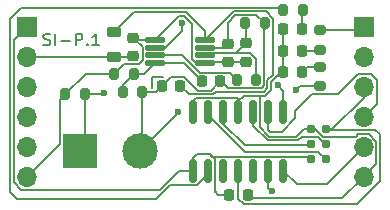
<source format=gbr>
%TF.GenerationSoftware,KiCad,Pcbnew,8.0.8*%
%TF.CreationDate,2025-02-03T13:01:36-05:00*%
%TF.ProjectId,SI-P Pressure Transducer,53492d50-2050-4726-9573-737572652054,rev?*%
%TF.SameCoordinates,Original*%
%TF.FileFunction,Copper,L1,Top*%
%TF.FilePolarity,Positive*%
%FSLAX46Y46*%
G04 Gerber Fmt 4.6, Leading zero omitted, Abs format (unit mm)*
G04 Created by KiCad (PCBNEW 8.0.8) date 2025-02-03 13:01:36*
%MOMM*%
%LPD*%
G01*
G04 APERTURE LIST*
G04 Aperture macros list*
%AMRoundRect*
0 Rectangle with rounded corners*
0 $1 Rounding radius*
0 $2 $3 $4 $5 $6 $7 $8 $9 X,Y pos of 4 corners*
0 Add a 4 corners polygon primitive as box body*
4,1,4,$2,$3,$4,$5,$6,$7,$8,$9,$2,$3,0*
0 Add four circle primitives for the rounded corners*
1,1,$1+$1,$2,$3*
1,1,$1+$1,$4,$5*
1,1,$1+$1,$6,$7*
1,1,$1+$1,$8,$9*
0 Add four rect primitives between the rounded corners*
20,1,$1+$1,$2,$3,$4,$5,0*
20,1,$1+$1,$4,$5,$6,$7,0*
20,1,$1+$1,$6,$7,$8,$9,0*
20,1,$1+$1,$8,$9,$2,$3,0*%
G04 Aperture macros list end*
%TA.AperFunction,NonConductor*%
%ADD10C,0.200000*%
%TD*%
%ADD11C,0.150000*%
%TA.AperFunction,NonConductor*%
%ADD12C,0.150000*%
%TD*%
%TA.AperFunction,ComponentPad*%
%ADD13O,1.700000X1.700000*%
%TD*%
%TA.AperFunction,ComponentPad*%
%ADD14R,1.700000X1.700000*%
%TD*%
%TA.AperFunction,SMDPad,CuDef*%
%ADD15RoundRect,0.225000X-0.250000X0.225000X-0.250000X-0.225000X0.250000X-0.225000X0.250000X0.225000X0*%
%TD*%
%TA.AperFunction,SMDPad,CuDef*%
%ADD16RoundRect,0.200000X0.200000X0.275000X-0.200000X0.275000X-0.200000X-0.275000X0.200000X-0.275000X0*%
%TD*%
%TA.AperFunction,SMDPad,CuDef*%
%ADD17RoundRect,0.218750X-0.218750X-0.256250X0.218750X-0.256250X0.218750X0.256250X-0.218750X0.256250X0*%
%TD*%
%TA.AperFunction,SMDPad,CuDef*%
%ADD18RoundRect,0.125000X-0.687500X-0.125000X0.687500X-0.125000X0.687500X0.125000X-0.687500X0.125000X0*%
%TD*%
%TA.AperFunction,SMDPad,CuDef*%
%ADD19RoundRect,0.225000X0.225000X0.250000X-0.225000X0.250000X-0.225000X-0.250000X0.225000X-0.250000X0*%
%TD*%
%TA.AperFunction,SMDPad,CuDef*%
%ADD20RoundRect,0.225000X-0.225000X-0.250000X0.225000X-0.250000X0.225000X0.250000X-0.225000X0.250000X0*%
%TD*%
%TA.AperFunction,ComponentPad*%
%ADD21R,3.000000X3.000000*%
%TD*%
%TA.AperFunction,ComponentPad*%
%ADD22C,3.000000*%
%TD*%
%TA.AperFunction,SMDPad,CuDef*%
%ADD23RoundRect,0.200000X0.275000X-0.200000X0.275000X0.200000X-0.275000X0.200000X-0.275000X-0.200000X0*%
%TD*%
%TA.AperFunction,ConnectorPad*%
%ADD24C,0.787400*%
%TD*%
%TA.AperFunction,SMDPad,CuDef*%
%ADD25RoundRect,0.200000X-0.200000X-0.275000X0.200000X-0.275000X0.200000X0.275000X-0.200000X0.275000X0*%
%TD*%
%TA.AperFunction,SMDPad,CuDef*%
%ADD26RoundRect,0.218750X0.381250X-0.218750X0.381250X0.218750X-0.381250X0.218750X-0.381250X-0.218750X0*%
%TD*%
%TA.AperFunction,SMDPad,CuDef*%
%ADD27RoundRect,0.225000X0.250000X-0.225000X0.250000X0.225000X-0.250000X0.225000X-0.250000X-0.225000X0*%
%TD*%
%TA.AperFunction,SMDPad,CuDef*%
%ADD28RoundRect,0.200000X-0.275000X0.200000X-0.275000X-0.200000X0.275000X-0.200000X0.275000X0.200000X0*%
%TD*%
%TA.AperFunction,SMDPad,CuDef*%
%ADD29RoundRect,0.150000X0.150000X-0.825000X0.150000X0.825000X-0.150000X0.825000X-0.150000X-0.825000X0*%
%TD*%
%TA.AperFunction,ViaPad*%
%ADD30C,0.600000*%
%TD*%
%TA.AperFunction,Conductor*%
%ADD31C,0.152400*%
%TD*%
G04 APERTURE END LIST*
D10*
X191900000Y-66000000D02*
X191900000Y-67000000D01*
X192800000Y-66000000D02*
X191900000Y-66000000D01*
D11*
D12*
X182689160Y-63322200D02*
X182832017Y-63369819D01*
X182832017Y-63369819D02*
X183070112Y-63369819D01*
X183070112Y-63369819D02*
X183165350Y-63322200D01*
X183165350Y-63322200D02*
X183212969Y-63274580D01*
X183212969Y-63274580D02*
X183260588Y-63179342D01*
X183260588Y-63179342D02*
X183260588Y-63084104D01*
X183260588Y-63084104D02*
X183212969Y-62988866D01*
X183212969Y-62988866D02*
X183165350Y-62941247D01*
X183165350Y-62941247D02*
X183070112Y-62893628D01*
X183070112Y-62893628D02*
X182879636Y-62846009D01*
X182879636Y-62846009D02*
X182784398Y-62798390D01*
X182784398Y-62798390D02*
X182736779Y-62750771D01*
X182736779Y-62750771D02*
X182689160Y-62655533D01*
X182689160Y-62655533D02*
X182689160Y-62560295D01*
X182689160Y-62560295D02*
X182736779Y-62465057D01*
X182736779Y-62465057D02*
X182784398Y-62417438D01*
X182784398Y-62417438D02*
X182879636Y-62369819D01*
X182879636Y-62369819D02*
X183117731Y-62369819D01*
X183117731Y-62369819D02*
X183260588Y-62417438D01*
X183689160Y-63369819D02*
X183689160Y-62369819D01*
X184165350Y-62988866D02*
X184927255Y-62988866D01*
X185403445Y-63369819D02*
X185403445Y-62369819D01*
X185403445Y-62369819D02*
X185784397Y-62369819D01*
X185784397Y-62369819D02*
X185879635Y-62417438D01*
X185879635Y-62417438D02*
X185927254Y-62465057D01*
X185927254Y-62465057D02*
X185974873Y-62560295D01*
X185974873Y-62560295D02*
X185974873Y-62703152D01*
X185974873Y-62703152D02*
X185927254Y-62798390D01*
X185927254Y-62798390D02*
X185879635Y-62846009D01*
X185879635Y-62846009D02*
X185784397Y-62893628D01*
X185784397Y-62893628D02*
X185403445Y-62893628D01*
X186403445Y-63274580D02*
X186451064Y-63322200D01*
X186451064Y-63322200D02*
X186403445Y-63369819D01*
X186403445Y-63369819D02*
X186355826Y-63322200D01*
X186355826Y-63322200D02*
X186403445Y-63274580D01*
X186403445Y-63274580D02*
X186403445Y-63369819D01*
X187403444Y-63369819D02*
X186832016Y-63369819D01*
X187117730Y-63369819D02*
X187117730Y-62369819D01*
X187117730Y-62369819D02*
X187022492Y-62512676D01*
X187022492Y-62512676D02*
X186927254Y-62607914D01*
X186927254Y-62607914D02*
X186832016Y-62655533D01*
D13*
%TO.P,J2,6,Pin_6*%
%TO.N,GND*%
X181257480Y-74500000D03*
%TO.P,J2,5,Pin_5*%
%TO.N,/I2C_SDA*%
X181257480Y-71960000D03*
%TO.P,J2,4,Pin_4*%
%TO.N,/I2C_SCL*%
X181257480Y-69420000D03*
%TO.P,J2,3,Pin_3*%
%TO.N,/RESET*%
X181257480Y-66880000D03*
%TO.P,J2,2,Pin_2*%
%TO.N,+5V*%
X181257480Y-64340000D03*
D14*
%TO.P,J2,1,Pin_1*%
%TO.N,+3V3*%
X181257480Y-61800000D03*
%TD*%
D15*
%TO.P,C3,1*%
%TO.N,+12V*%
X198300000Y-63225000D03*
%TO.P,C3,2*%
%TO.N,GND*%
X198300000Y-64775000D03*
%TD*%
D16*
%TO.P,R2,1*%
%TO.N,+12V*%
X191050000Y-67293112D03*
%TO.P,R2,2*%
%TO.N,Net-(U2-FB)*%
X189400000Y-67293112D03*
%TD*%
D17*
%TO.P,D4,1,K*%
%TO.N,GND*%
X203012500Y-62000000D03*
%TO.P,D4,2,A*%
%TO.N,Net-(D4-A)*%
X204587500Y-62000000D03*
%TD*%
D16*
%TO.P,R3,1*%
%TO.N,Net-(U2-VDD)*%
X200725000Y-66300000D03*
%TO.P,R3,2*%
%TO.N,Net-(U2-FREQ)*%
X199075000Y-66300000D03*
%TD*%
D18*
%TO.P,U2,8,SW*%
%TO.N,Net-(D1-A)*%
X196400000Y-62900000D03*
%TO.P,U2,7,BOOT*%
%TO.N,+12V*%
X196400000Y-63550000D03*
%TO.P,U2,6,VDD*%
%TO.N,Net-(U2-VDD)*%
X196400000Y-64200000D03*
%TO.P,U2,5,SGND*%
%TO.N,GND*%
X196400000Y-64850000D03*
%TO.P,U2,4,FB*%
%TO.N,Net-(U2-FB)*%
X192175000Y-64850000D03*
%TO.P,U2,3,FREQ*%
%TO.N,Net-(U2-FREQ)*%
X192175000Y-64200000D03*
%TO.P,U2,2,EN*%
%TO.N,/BOOST_SHDN*%
X192175000Y-63550000D03*
%TO.P,U2,1,PGND*%
%TO.N,GND*%
X192175000Y-62900000D03*
%TD*%
D19*
%TO.P,C4,1*%
%TO.N,+12V*%
X197675000Y-66400000D03*
%TO.P,C4,2*%
%TO.N,Net-(U2-FB)*%
X196125000Y-66400000D03*
%TD*%
D15*
%TO.P,C5,1*%
%TO.N,Net-(U2-VDD)*%
X199800000Y-63200000D03*
%TO.P,C5,2*%
%TO.N,GND*%
X199800000Y-64750000D03*
%TD*%
D17*
%TO.P,D1,1,K*%
%TO.N,+12V*%
X192712500Y-66800000D03*
%TO.P,D1,2,A*%
%TO.N,Net-(D1-A)*%
X194287500Y-66800000D03*
%TD*%
D20*
%TO.P,C1,1*%
%TO.N,+3V3*%
X198425000Y-76000000D03*
%TO.P,C1,2*%
%TO.N,GND*%
X199975000Y-76000000D03*
%TD*%
D21*
%TO.P,J3,1,Pin_1*%
%TO.N,/PT_OUT*%
X185784406Y-72321293D03*
D22*
%TO.P,J3,2,Pin_2*%
%TO.N,+12V*%
X190864406Y-72321293D03*
%TD*%
D13*
%TO.P,J1,6,Pin_6*%
%TO.N,GND*%
X209800000Y-74500000D03*
%TO.P,J1,5,Pin_5*%
%TO.N,/I2C_SDA*%
X209800000Y-71960000D03*
%TO.P,J1,4,Pin_4*%
%TO.N,/I2C_SCL*%
X209800000Y-69420000D03*
%TO.P,J1,3,Pin_3*%
%TO.N,/RESET*%
X209800000Y-66880000D03*
%TO.P,J1,2,Pin_2*%
%TO.N,+5V*%
X209800000Y-64340000D03*
D14*
%TO.P,J1,1,Pin_1*%
%TO.N,+3V3*%
X209800000Y-61800000D03*
%TD*%
D23*
%TO.P,R6,1*%
%TO.N,+12V*%
X206100000Y-66825000D03*
%TO.P,R6,2*%
%TO.N,Net-(D2-A)*%
X206100000Y-65175000D03*
%TD*%
D24*
%TO.P,J4,1,MISO*%
%TO.N,/SPI_MISO*%
X206570000Y-73010000D03*
%TO.P,J4,2,VCC*%
%TO.N,+3V3*%
X205300000Y-73010000D03*
%TO.P,J4,3,SCK*%
%TO.N,/SPI_SCK*%
X206570000Y-71740000D03*
%TO.P,J4,4,MOSI*%
%TO.N,/SPI_MOSI*%
X205300000Y-71740000D03*
%TO.P,J4,5,~{RST}*%
%TO.N,/RESET*%
X206570000Y-70470000D03*
%TO.P,J4,6,GND*%
%TO.N,GND*%
X205300000Y-70470000D03*
%TD*%
D25*
%TO.P,R8,1*%
%TO.N,/STATUS*%
X202975000Y-60400000D03*
%TO.P,R8,2*%
%TO.N,Net-(D4-A)*%
X204625000Y-60400000D03*
%TD*%
D16*
%TO.P,R1,1*%
%TO.N,Net-(U2-FB)*%
X190325000Y-65800000D03*
%TO.P,R1,2*%
%TO.N,GND*%
X188675000Y-65800000D03*
%TD*%
D26*
%TO.P,L1,1,1*%
%TO.N,+5V*%
X188700000Y-64362500D03*
%TO.P,L1,2,2*%
%TO.N,Net-(D1-A)*%
X188700000Y-62237500D03*
%TD*%
D27*
%TO.P,C2,1*%
%TO.N,+5V*%
X190300000Y-64275000D03*
%TO.P,C2,2*%
%TO.N,GND*%
X190300000Y-62725000D03*
%TD*%
D28*
%TO.P,R7,1*%
%TO.N,+3V3*%
X206100000Y-62075000D03*
%TO.P,R7,2*%
%TO.N,Net-(D3-A)*%
X206100000Y-63725000D03*
%TD*%
D25*
%TO.P,R4,1*%
%TO.N,Net-(U2-VDD)*%
X199775000Y-61500000D03*
%TO.P,R4,2*%
%TO.N,+12V*%
X201425000Y-61500000D03*
%TD*%
D16*
%TO.P,R5,1*%
%TO.N,/PT_OUT*%
X186200000Y-67500000D03*
%TO.P,R5,2*%
%TO.N,GND*%
X184550000Y-67500000D03*
%TD*%
D17*
%TO.P,D3,1,K*%
%TO.N,GND*%
X203000000Y-63800000D03*
%TO.P,D3,2,A*%
%TO.N,Net-(D3-A)*%
X204575000Y-63800000D03*
%TD*%
%TO.P,D2,1,K*%
%TO.N,GND*%
X203012500Y-65600000D03*
%TO.P,D2,2,A*%
%TO.N,Net-(D2-A)*%
X204587500Y-65600000D03*
%TD*%
D29*
%TO.P,U1,1,VCC*%
%TO.N,+3V3*%
X195390000Y-73975000D03*
%TO.P,U1,2,XTAL1/PB0*%
%TO.N,/STATUS*%
X196660000Y-73975000D03*
%TO.P,U1,3,XTAL2/PB1*%
%TO.N,unconnected-(U1-XTAL2{slash}PB1-Pad3)*%
X197930000Y-73975000D03*
%TO.P,U1,4,~{RESET}/PB3*%
%TO.N,/RESET*%
X199200000Y-73975000D03*
%TO.P,U1,5,PB2*%
%TO.N,unconnected-(U1-PB2-Pad5)*%
X200470000Y-73975000D03*
%TO.P,U1,6,PA7*%
%TO.N,/BOOST_SHDN*%
X201740000Y-73975000D03*
%TO.P,U1,7,PA6*%
%TO.N,/I2C_SDA*%
X203010000Y-73975000D03*
%TO.P,U1,8,PA5*%
%TO.N,/PT_OUT*%
X203010000Y-69025000D03*
%TO.P,U1,9,PA4*%
%TO.N,/I2C_SCL*%
X201740000Y-69025000D03*
%TO.P,U1,10,PA3*%
%TO.N,/SPI_SCK*%
X200470000Y-69025000D03*
%TO.P,U1,11,PA2*%
%TO.N,GND*%
X199200000Y-69025000D03*
%TO.P,U1,12,PA1*%
%TO.N,/SPI_MOSI*%
X197930000Y-69025000D03*
%TO.P,U1,13,AREF/PA0*%
%TO.N,/SPI_MISO*%
X196660000Y-69025000D03*
%TO.P,U1,14,GND*%
%TO.N,GND*%
X195390000Y-69025000D03*
%TD*%
D30*
%TO.N,/PT_OUT*%
X187800000Y-67400000D03*
%TO.N,+12V*%
X194100000Y-69000000D03*
X204100000Y-67100000D03*
%TO.N,/BOOST_SHDN*%
X194400000Y-61500000D03*
X202000000Y-75700000D03*
%TO.N,/PT_OUT*%
X202544109Y-66734906D03*
%TD*%
D31*
%TO.N,/PT_OUT*%
X187800000Y-67400000D02*
X187700000Y-67500000D01*
X187700000Y-67500000D02*
X186200000Y-67500000D01*
%TO.N,+12V*%
X190864406Y-72321293D02*
X194100000Y-69085699D01*
X194100000Y-69085699D02*
X194100000Y-69000000D01*
X201308309Y-66860639D02*
X201308309Y-66803365D01*
%TO.N,/PT_OUT*%
X203010000Y-69025000D02*
X203010000Y-67200797D01*
X203010000Y-67200797D02*
X202544109Y-66734906D01*
%TO.N,+12V*%
X201353600Y-62046400D02*
X201425000Y-61975000D01*
X201165348Y-67003600D02*
X201308309Y-66860639D01*
X201308309Y-66803365D02*
X201353600Y-66758074D01*
X201353600Y-66758074D02*
X201353600Y-62046400D01*
X198278600Y-67003600D02*
X201165348Y-67003600D01*
%TO.N,Net-(D1-A)*%
X197291600Y-67308400D02*
X197083400Y-67516600D01*
X196400000Y-62900000D02*
X198808400Y-60491600D01*
X198808400Y-60491600D02*
X201503274Y-60491600D01*
%TO.N,+12V*%
X201425000Y-61975000D02*
X201425000Y-61500000D01*
%TO.N,GND*%
X200900000Y-67613200D02*
X201474299Y-67613200D01*
X201963200Y-66430234D02*
X202793434Y-65600000D01*
%TO.N,Net-(D1-A)*%
X195004100Y-67516600D02*
X194287500Y-66800000D01*
X197083400Y-67516600D02*
X195004100Y-67516600D01*
X201658400Y-66998047D02*
X201348047Y-67308400D01*
%TO.N,GND*%
X201474299Y-67613200D02*
X201963200Y-67124299D01*
%TO.N,Net-(D1-A)*%
X202100000Y-65862382D02*
X201658400Y-66303982D01*
X201658400Y-66303982D02*
X201658400Y-66998047D01*
%TO.N,GND*%
X201963200Y-67124299D02*
X201963200Y-66430234D01*
%TO.N,Net-(D1-A)*%
X201503274Y-60491600D02*
X202100000Y-61088326D01*
X201348047Y-67308400D02*
X197291600Y-67308400D01*
%TO.N,GND*%
X202793434Y-65600000D02*
X203012500Y-65600000D01*
%TO.N,Net-(D1-A)*%
X202100000Y-61088326D02*
X202100000Y-65862382D01*
%TO.N,+12V*%
X206100000Y-66825000D02*
X204375000Y-66825000D01*
X204375000Y-66825000D02*
X204100000Y-67100000D01*
X197675000Y-66400000D02*
X198278600Y-67003600D01*
%TO.N,GND*%
X199636801Y-67613200D02*
X200900000Y-67613200D01*
%TO.N,/SPI_MOSI*%
X205230400Y-71809600D02*
X199739601Y-71809600D01*
%TO.N,/SPI_SCK*%
X201673748Y-71404800D02*
X200470000Y-70201052D01*
%TO.N,/SPI_MOSI*%
X205300000Y-71740000D02*
X205230400Y-71809600D01*
X197930000Y-69999999D02*
X197930000Y-69025000D01*
X199739601Y-71809600D02*
X197930000Y-69999999D01*
%TO.N,/SPI_SCK*%
X205893682Y-71104800D02*
X204539477Y-71104800D01*
X206570000Y-71740000D02*
X206528882Y-71740000D01*
X206528882Y-71740000D02*
X205893682Y-71104800D01*
X204539477Y-71104800D02*
X204239477Y-71404800D01*
X204239477Y-71404800D02*
X201673748Y-71404800D01*
X200470000Y-70201052D02*
X200470000Y-69025000D01*
%TO.N,GND*%
X205300000Y-70470000D02*
X204743225Y-70470000D01*
X204743225Y-70470000D02*
X204113225Y-71100000D01*
X204113225Y-71100000D02*
X201800000Y-71100000D01*
X200998600Y-67711800D02*
X200900000Y-67613200D01*
X201800000Y-71100000D02*
X200998600Y-70298600D01*
X200998600Y-70298600D02*
X200998600Y-67711800D01*
X194559381Y-60873800D02*
X195226200Y-61540619D01*
%TO.N,/BOOST_SHDN*%
X194400000Y-62137499D02*
X194400000Y-61500000D01*
%TO.N,GND*%
X192175000Y-62900000D02*
X194201200Y-60873800D01*
X195226200Y-64488699D02*
X195587501Y-64850000D01*
%TO.N,/BOOST_SHDN*%
X192175000Y-63550000D02*
X192987499Y-63550000D01*
%TO.N,GND*%
X207973800Y-76326200D02*
X209800000Y-74500000D01*
X200301200Y-76326200D02*
X207973800Y-76326200D01*
X199975000Y-76000000D02*
X200301200Y-76326200D01*
%TO.N,Net-(D1-A)*%
X196400000Y-62183367D02*
X196400000Y-62900000D01*
X194785633Y-60569000D02*
X196400000Y-62183367D01*
X190368500Y-60569000D02*
X194785633Y-60569000D01*
%TO.N,/BOOST_SHDN*%
X192987499Y-63550000D02*
X194400000Y-62137499D01*
X202000000Y-75700000D02*
X201740000Y-75440000D01*
%TO.N,Net-(D1-A)*%
X188700000Y-62237500D02*
X190368500Y-60569000D01*
%TO.N,GND*%
X195587501Y-64850000D02*
X196400000Y-64850000D01*
X194201200Y-60873800D02*
X194559381Y-60873800D01*
X195226200Y-61540619D02*
X195226200Y-64488699D01*
%TO.N,/BOOST_SHDN*%
X201740000Y-75440000D02*
X201740000Y-73975000D01*
%TO.N,/RESET*%
X199200000Y-73975000D02*
X199200000Y-76347722D01*
X199200000Y-76347722D02*
X199652278Y-76800000D01*
X210800000Y-70500000D02*
X206600000Y-70500000D01*
X199652278Y-76800000D02*
X209200000Y-76800000D01*
X209200000Y-76800000D02*
X211183400Y-74816600D01*
X211183400Y-74816600D02*
X211183400Y-70883400D01*
X211183400Y-70883400D02*
X210800000Y-70500000D01*
X206600000Y-70500000D02*
X206570000Y-70470000D01*
%TO.N,+3V3*%
X197188600Y-75761400D02*
X197188600Y-75711400D01*
X197188600Y-75711400D02*
X197188600Y-72989022D01*
X198425000Y-76000000D02*
X197477200Y-76000000D01*
X197477200Y-76000000D02*
X197188600Y-75711400D01*
%TO.N,/STATUS*%
X202761800Y-60186800D02*
X180813200Y-60186800D01*
%TO.N,+3V3*%
X180178880Y-74946771D02*
X180810709Y-75578600D01*
%TO.N,/STATUS*%
X196660000Y-74240000D02*
X196660000Y-73975000D01*
X179874080Y-61125920D02*
X179874080Y-75774080D01*
X180813200Y-60186800D02*
X179874080Y-61125920D01*
X202975000Y-60400000D02*
X202761800Y-60186800D01*
X192246400Y-76353600D02*
X193421400Y-75178600D01*
%TO.N,+3V3*%
X180810709Y-75578600D02*
X192590348Y-75578600D01*
X181257480Y-61800000D02*
X180178880Y-62878600D01*
%TO.N,/STATUS*%
X180453600Y-76353600D02*
X192246400Y-76353600D01*
%TO.N,+3V3*%
X180178880Y-62878600D02*
X180178880Y-74946771D01*
X192590348Y-75578600D02*
X194193948Y-73975000D01*
%TO.N,/STATUS*%
X195721400Y-75178600D02*
X196660000Y-74240000D01*
X179874080Y-75774080D02*
X180453600Y-76353600D01*
%TO.N,+3V3*%
X194193948Y-73975000D02*
X195390000Y-73975000D01*
%TO.N,/STATUS*%
X193421400Y-75178600D02*
X195721400Y-75178600D01*
%TO.N,+3V3*%
X205300000Y-73010000D02*
X205061400Y-72771400D01*
X205061400Y-72771400D02*
X196970978Y-72771400D01*
X196970978Y-72771400D02*
X196799578Y-72600000D01*
%TO.N,GND*%
X205300000Y-70470000D02*
X205689934Y-70470000D01*
X209353229Y-70881400D02*
X210246771Y-70881400D01*
X205689934Y-70470000D02*
X206319934Y-71100000D01*
X206319934Y-71100000D02*
X209134629Y-71100000D01*
X209134629Y-71100000D02*
X209353229Y-70881400D01*
X210246771Y-70881400D02*
X210878600Y-71513229D01*
X210878600Y-71513229D02*
X210878600Y-73421400D01*
X210878600Y-73421400D02*
X209800000Y-74500000D01*
%TO.N,/I2C_SDA*%
X203010000Y-73975000D02*
X204136500Y-75101500D01*
X204136500Y-75101500D02*
X206658500Y-75101500D01*
X206658500Y-75101500D02*
X209800000Y-71960000D01*
%TO.N,+12V*%
X193512500Y-66000000D02*
X192712500Y-66800000D01*
X197675000Y-66400000D02*
X196863200Y-67211800D01*
X196863200Y-67211800D02*
X195813010Y-67211800D01*
X195813010Y-67211800D02*
X194601210Y-66000000D01*
X194601210Y-66000000D02*
X193512500Y-66000000D01*
%TO.N,GND*%
X195618601Y-67821400D02*
X199121400Y-67821400D01*
X195390000Y-69025000D02*
X195390000Y-68050001D01*
X195390000Y-68050001D02*
X195618601Y-67821400D01*
X199121400Y-67821400D02*
X199200000Y-67900000D01*
X199200000Y-67900000D02*
X199200000Y-69025000D01*
X199200000Y-69025000D02*
X199200000Y-68050001D01*
X199200000Y-68050001D02*
X199636801Y-67613200D01*
%TO.N,/RESET*%
X206570000Y-70470000D02*
X207126775Y-70470000D01*
X207126775Y-70470000D02*
X209800000Y-67796775D01*
X209800000Y-67796775D02*
X209800000Y-66880000D01*
%TO.N,/SPI_MISO*%
X206570000Y-73010000D02*
X205947700Y-72387700D01*
X205947700Y-72387700D02*
X199778122Y-72387700D01*
X199778122Y-72387700D02*
X196660000Y-69269578D01*
X196660000Y-69269578D02*
X196660000Y-69025000D01*
%TO.N,+3V3*%
X195700000Y-72600000D02*
X195390000Y-72910000D01*
X197188600Y-72989022D02*
X196799578Y-72600000D01*
X196799578Y-72600000D02*
X195700000Y-72600000D01*
X195390000Y-72910000D02*
X195390000Y-73975000D01*
%TO.N,+12V*%
X192712500Y-66800000D02*
X192700000Y-66800000D01*
X192700000Y-66800000D02*
X192206888Y-67293112D01*
X192206888Y-67293112D02*
X191050000Y-67293112D01*
%TO.N,+3V3*%
X206100000Y-62075000D02*
X209525000Y-62075000D01*
X209525000Y-62075000D02*
X209800000Y-61800000D01*
%TO.N,GND*%
X203012500Y-62000000D02*
X203012500Y-65600000D01*
%TO.N,Net-(D4-A)*%
X204587500Y-62000000D02*
X204587500Y-60437500D01*
X204587500Y-60437500D02*
X204625000Y-60400000D01*
%TO.N,Net-(D3-A)*%
X204575000Y-63800000D02*
X206025000Y-63800000D01*
X206025000Y-63800000D02*
X206100000Y-63725000D01*
%TO.N,Net-(D2-A)*%
X206100000Y-65175000D02*
X205012500Y-65175000D01*
X205012500Y-65175000D02*
X204587500Y-65600000D01*
%TO.N,+12V*%
X200721400Y-60796400D02*
X201425000Y-61500000D01*
X198300000Y-61431052D02*
X198934652Y-60796400D01*
X198934652Y-60796400D02*
X200721400Y-60796400D01*
X198300000Y-63225000D02*
X198300000Y-61431052D01*
%TO.N,Net-(U2-VDD)*%
X199800000Y-63200000D02*
X199800000Y-61525000D01*
X199800000Y-61525000D02*
X199775000Y-61500000D01*
X198971400Y-64028600D02*
X198800000Y-64028600D01*
X198800000Y-64028600D02*
X196571400Y-64028600D01*
X200725000Y-66300000D02*
X200725000Y-64552278D01*
X200725000Y-64552278D02*
X200201322Y-64028600D01*
X200201322Y-64028600D02*
X198800000Y-64028600D01*
%TO.N,Net-(U2-FREQ)*%
X199075000Y-66300000D02*
X198471400Y-65696400D01*
X198471400Y-65696400D02*
X195930370Y-65696400D01*
X195930370Y-65696400D02*
X194433970Y-64200000D01*
X194433970Y-64200000D02*
X192175000Y-64200000D01*
%TO.N,Net-(U2-FB)*%
X192175000Y-64850000D02*
X194575000Y-64850000D01*
X194575000Y-64850000D02*
X196125000Y-66400000D01*
%TO.N,Net-(U2-VDD)*%
X199800000Y-63200000D02*
X198971400Y-64028600D01*
X196571400Y-64028600D02*
X196400000Y-64200000D01*
%TO.N,+12V*%
X196400000Y-63550000D02*
X197975000Y-63550000D01*
X197975000Y-63550000D02*
X198300000Y-63225000D01*
%TO.N,GND*%
X199800000Y-64750000D02*
X196500000Y-64750000D01*
X196500000Y-64750000D02*
X196400000Y-64850000D01*
X184550000Y-67500000D02*
X186250000Y-65800000D01*
X186250000Y-65800000D02*
X188675000Y-65800000D01*
%TO.N,Net-(U2-FB)*%
X189400000Y-67293112D02*
X189400000Y-66725000D01*
X189400000Y-66725000D02*
X190325000Y-65800000D01*
X190325000Y-65800000D02*
X191225000Y-65800000D01*
X191225000Y-65800000D02*
X192175000Y-64850000D01*
%TO.N,GND*%
X188675000Y-65800000D02*
X189521400Y-64953600D01*
X189521400Y-64953600D02*
X190744122Y-64953600D01*
X190744122Y-64953600D02*
X191100000Y-64597722D01*
X191100000Y-63525000D02*
X190300000Y-62725000D01*
X191100000Y-64597722D02*
X191100000Y-63525000D01*
%TO.N,+12V*%
X191056888Y-67300000D02*
X191050000Y-67293112D01*
%TO.N,Net-(U2-VDD)*%
X195733970Y-64200000D02*
X196400000Y-64200000D01*
%TO.N,GND*%
X184550000Y-67500000D02*
X184055806Y-67994194D01*
X184055806Y-67994194D02*
X184055806Y-71701674D01*
X184055806Y-71701674D02*
X181257480Y-74500000D01*
%TO.N,/PT_OUT*%
X186200000Y-67500000D02*
X186200000Y-71905699D01*
X186200000Y-71905699D02*
X185784406Y-72321293D01*
%TO.N,+5V*%
X190300000Y-64375000D02*
X181292480Y-64375000D01*
X181292480Y-64375000D02*
X181257480Y-64340000D01*
%TO.N,GND*%
X192175000Y-62900000D02*
X190375000Y-62900000D01*
X190375000Y-62900000D02*
X190300000Y-62825000D01*
%TO.N,+12V*%
X191050000Y-67293112D02*
X191050000Y-72135699D01*
X191050000Y-72135699D02*
X190864406Y-72321293D01*
%TO.N,/I2C_SCL*%
X201740000Y-70540000D02*
X201740000Y-69025000D01*
X201900000Y-70700000D02*
X201740000Y-70540000D01*
X202849578Y-70700000D02*
X204000000Y-69549578D01*
X209298600Y-65801400D02*
X210401400Y-65801400D01*
X201900000Y-70700000D02*
X202849578Y-70700000D01*
X204000000Y-69549578D02*
X204000000Y-68900000D01*
X204000000Y-68900000D02*
X205446400Y-67453600D01*
X205446400Y-67453600D02*
X207646400Y-67453600D01*
X207646400Y-67453600D02*
X209298600Y-65801400D01*
X210401400Y-65801400D02*
X210900000Y-66300000D01*
X210900000Y-68320000D02*
X209800000Y-69420000D01*
X210900000Y-66300000D02*
X210900000Y-68320000D01*
%TD*%
M02*

</source>
